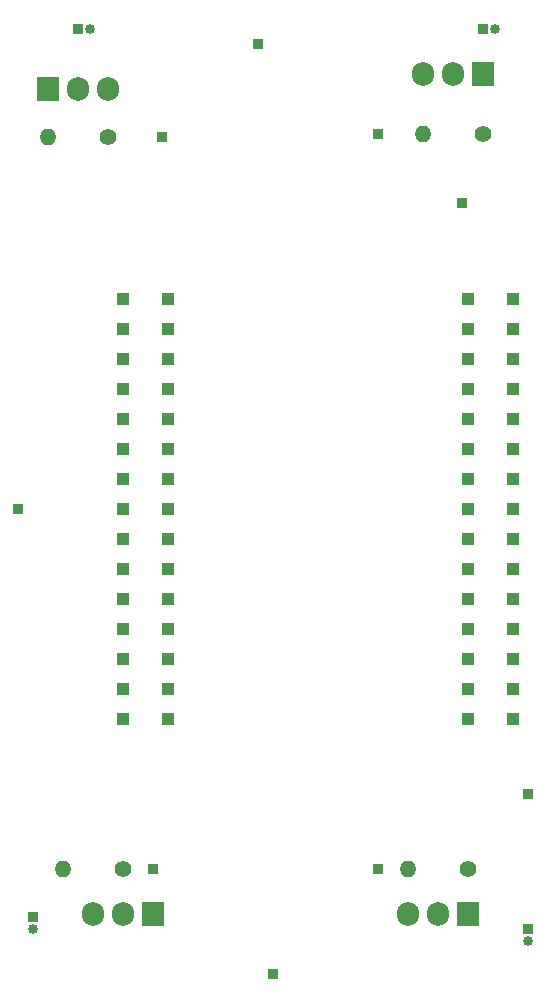
<source format=gbr>
%TF.GenerationSoftware,KiCad,Pcbnew,(5.1.10)-1*%
%TF.CreationDate,2021-10-03T01:52:34+02:00*%
%TF.ProjectId,no 1,6e6f2031-2e6b-4696-9361-645f70636258,rev?*%
%TF.SameCoordinates,Original*%
%TF.FileFunction,Copper,L2,Bot*%
%TF.FilePolarity,Positive*%
%FSLAX46Y46*%
G04 Gerber Fmt 4.6, Leading zero omitted, Abs format (unit mm)*
G04 Created by KiCad (PCBNEW (5.1.10)-1) date 2021-10-03 01:52:34*
%MOMM*%
%LPD*%
G01*
G04 APERTURE LIST*
%TA.AperFunction,ComponentPad*%
%ADD10O,1.400000X1.400000*%
%TD*%
%TA.AperFunction,ComponentPad*%
%ADD11C,1.400000*%
%TD*%
%TA.AperFunction,ComponentPad*%
%ADD12R,0.850000X0.850000*%
%TD*%
%TA.AperFunction,ComponentPad*%
%ADD13R,1.000000X1.000000*%
%TD*%
%TA.AperFunction,ComponentPad*%
%ADD14R,1.905000X2.000000*%
%TD*%
%TA.AperFunction,ComponentPad*%
%ADD15O,1.905000X2.000000*%
%TD*%
%TA.AperFunction,ComponentPad*%
%ADD16O,0.850000X0.850000*%
%TD*%
G04 APERTURE END LIST*
D10*
%TO.P,R2,2*%
%TO.N,Net-(Q2-Pad1)*%
X194310000Y-76454000D03*
D11*
%TO.P,R2,1*%
%TO.N,Net-(J5-Pad1)*%
X199390000Y-76454000D03*
%TD*%
D12*
%TO.P,J5,1*%
%TO.N,Net-(J5-Pad1)*%
X203962000Y-76454000D03*
%TD*%
%TO.P,J13,1*%
%TO.N,Net-(J10-Pad1)*%
X229362000Y-82042000D03*
%TD*%
D13*
%TO.P,J13,1*%
%TO.N,Net-(J13-Pad1)*%
X200660000Y-95250000D03*
%TD*%
%TO.P,J13,1*%
%TO.N,Net-(J13-Pad1)*%
X204470000Y-95250000D03*
%TD*%
%TO.P,J13,1*%
%TO.N,Net-(J13-Pad1)*%
X200660000Y-97790000D03*
%TD*%
%TO.P,J13,1*%
%TO.N,Net-(J13-Pad1)*%
X204470000Y-97790000D03*
%TD*%
%TO.P,J14,1*%
%TO.N,Net-(J13-Pad1)*%
X233680000Y-107950000D03*
%TD*%
%TO.P,J14,1*%
%TO.N,Net-(J13-Pad1)*%
X233680000Y-110490000D03*
%TD*%
%TO.P,J14,1*%
%TO.N,Net-(J13-Pad1)*%
X233680000Y-113030000D03*
%TD*%
%TO.P,J14,1*%
%TO.N,Net-(J13-Pad1)*%
X233680000Y-115570000D03*
%TD*%
%TO.P,J14,1*%
%TO.N,Net-(J13-Pad1)*%
X233680000Y-95250000D03*
%TD*%
%TO.P,J14,1*%
%TO.N,Net-(J13-Pad1)*%
X233680000Y-92710000D03*
%TD*%
%TO.P,J14,1*%
%TO.N,Net-(J13-Pad1)*%
X233680000Y-90170000D03*
%TD*%
%TO.P,J14,1*%
%TO.N,Net-(J13-Pad1)*%
X233680000Y-118110000D03*
%TD*%
%TO.P,J14,1*%
%TO.N,Net-(J13-Pad1)*%
X233680000Y-120650000D03*
%TD*%
%TO.P,J14,1*%
%TO.N,Net-(J13-Pad1)*%
X233680000Y-123190000D03*
%TD*%
%TO.P,J14,1*%
%TO.N,Net-(J13-Pad1)*%
X233680000Y-125730000D03*
%TD*%
%TO.P,J14,1*%
%TO.N,Net-(J13-Pad1)*%
X229870000Y-115570000D03*
%TD*%
%TO.P,J14,1*%
%TO.N,Net-(J13-Pad1)*%
X229870000Y-118110000D03*
%TD*%
%TO.P,J14,1*%
%TO.N,Net-(J13-Pad1)*%
X229870000Y-120650000D03*
%TD*%
%TO.P,J14,1*%
%TO.N,Net-(J13-Pad1)*%
X229870000Y-123190000D03*
%TD*%
%TO.P,J14,1*%
%TO.N,Net-(J13-Pad1)*%
X229870000Y-125730000D03*
%TD*%
%TO.P,J14,1*%
%TO.N,Net-(J13-Pad1)*%
X200660000Y-115570000D03*
%TD*%
%TO.P,J14,1*%
%TO.N,Net-(J13-Pad1)*%
X200660000Y-120650000D03*
%TD*%
%TO.P,J14,1*%
%TO.N,Net-(J13-Pad1)*%
X200660000Y-125730000D03*
%TD*%
%TO.P,J14,1*%
%TO.N,Net-(J13-Pad1)*%
X200660000Y-118110000D03*
%TD*%
%TO.P,J14,1*%
%TO.N,Net-(J13-Pad1)*%
X200660000Y-123190000D03*
%TD*%
%TO.P,J14,1*%
%TO.N,Net-(J13-Pad1)*%
X204470000Y-107950000D03*
%TD*%
%TO.P,J14,1*%
%TO.N,Net-(J13-Pad1)*%
X204470000Y-110490000D03*
%TD*%
%TO.P,J14,1*%
%TO.N,Net-(J13-Pad1)*%
X204470000Y-113030000D03*
%TD*%
%TO.P,J14,1*%
%TO.N,Net-(J13-Pad1)*%
X204470000Y-115570000D03*
%TD*%
%TO.P,J14,1*%
%TO.N,Net-(J13-Pad1)*%
X204470000Y-92710000D03*
%TD*%
%TO.P,J14,1*%
%TO.N,Net-(J13-Pad1)*%
X204470000Y-118110000D03*
%TD*%
%TO.P,J14,1*%
%TO.N,Net-(J13-Pad1)*%
X204470000Y-123190000D03*
%TD*%
%TO.P,J14,1*%
%TO.N,Net-(J13-Pad1)*%
X204470000Y-125730000D03*
%TD*%
%TO.P,J14,1*%
%TO.N,Net-(J13-Pad1)*%
X204470000Y-120650000D03*
%TD*%
%TO.P,J14,1*%
%TO.N,Net-(J13-Pad1)*%
X204470000Y-90170000D03*
%TD*%
%TO.P,J13,1*%
%TO.N,Net-(J13-Pad1)*%
X229870000Y-100330000D03*
%TD*%
%TO.P,J13,1*%
%TO.N,Net-(J13-Pad1)*%
X229870000Y-102870000D03*
%TD*%
%TO.P,J13,1*%
%TO.N,Net-(J13-Pad1)*%
X229870000Y-105410000D03*
%TD*%
%TO.P,J13,1*%
%TO.N,Net-(J13-Pad1)*%
X229870000Y-95250000D03*
%TD*%
%TO.P,J13,1*%
%TO.N,Net-(J13-Pad1)*%
X229870000Y-92710000D03*
%TD*%
%TO.P,J13,1*%
%TO.N,Net-(J13-Pad1)*%
X229870000Y-90170000D03*
%TD*%
%TO.P,J13,1*%
%TO.N,Net-(J13-Pad1)*%
X229870000Y-107950000D03*
%TD*%
%TO.P,J13,1*%
%TO.N,Net-(J13-Pad1)*%
X229870000Y-110490000D03*
%TD*%
%TO.P,J13,1*%
%TO.N,Net-(J13-Pad1)*%
X229870000Y-113030000D03*
%TD*%
%TO.P,J13,1*%
%TO.N,Net-(J13-Pad1)*%
X200660000Y-100330000D03*
%TD*%
%TO.P,J13,1*%
%TO.N,Net-(J13-Pad1)*%
X200660000Y-105410000D03*
%TD*%
%TO.P,J13,1*%
%TO.N,Net-(J13-Pad1)*%
X200660000Y-102870000D03*
%TD*%
%TO.P,J13,1*%
%TO.N,Net-(J13-Pad1)*%
X200660000Y-90170000D03*
%TD*%
%TO.P,J13,1*%
%TO.N,Net-(J13-Pad1)*%
X200660000Y-92710000D03*
%TD*%
%TO.P,J13,1*%
%TO.N,Net-(J13-Pad1)*%
X200660000Y-110490000D03*
%TD*%
%TO.P,J13,1*%
%TO.N,Net-(J13-Pad1)*%
X200660000Y-113030000D03*
%TD*%
%TO.P,J13,1*%
%TO.N,Net-(J13-Pad1)*%
X200660000Y-107950000D03*
%TD*%
%TO.P,J13,1*%
%TO.N,Net-(J13-Pad1)*%
X229870000Y-97790000D03*
%TD*%
%TO.P,J13,1*%
%TO.N,Net-(J13-Pad1)*%
X233680000Y-97790000D03*
%TD*%
%TO.P,J13,1*%
%TO.N,Net-(J13-Pad1)*%
X233680000Y-100330000D03*
%TD*%
%TO.P,J13,1*%
%TO.N,Net-(J13-Pad1)*%
X233680000Y-102870000D03*
%TD*%
%TO.P,J13,1*%
%TO.N,Net-(J13-Pad1)*%
X233680000Y-105410000D03*
%TD*%
%TO.P,J13,1*%
%TO.N,Net-(J13-Pad1)*%
X204470000Y-100330000D03*
%TD*%
%TO.P,J13,1*%
%TO.N,Net-(J13-Pad1)*%
X204470000Y-102870000D03*
%TD*%
%TO.P,J13,1*%
%TO.N,Net-(J13-Pad1)*%
X204470000Y-105410000D03*
%TD*%
D14*
%TO.P,Q4,1*%
%TO.N,Net-(Q4-Pad1)*%
X231140000Y-71120000D03*
D15*
%TO.P,Q4,2*%
%TO.N,Net-(J11-Pad2)*%
X228600000Y-71120000D03*
%TO.P,Q4,3*%
%TO.N,Net-(J10-Pad1)*%
X226060000Y-71120000D03*
%TD*%
D16*
%TO.P,J1,2*%
%TO.N,Net-(J1-Pad2)*%
X193040000Y-143510000D03*
D12*
%TO.P,J1,1*%
%TO.N,Net-(J1-Pad1)*%
X193040000Y-142510000D03*
%TD*%
%TO.P,J2,1*%
%TO.N,Net-(J2-Pad1)*%
X196850000Y-67310000D03*
D16*
%TO.P,J2,2*%
%TO.N,Net-(J11-Pad1)*%
X197850000Y-67310000D03*
%TD*%
D12*
%TO.P,J3,1*%
%TO.N,Net-(J10-Pad1)*%
X191770000Y-107950000D03*
%TD*%
%TO.P,J4,1*%
%TO.N,Net-(J4-Pad1)*%
X203200000Y-138430000D03*
%TD*%
%TO.P,J6,1*%
%TO.N,Net-(J1-Pad1)*%
X213360000Y-147320000D03*
%TD*%
%TO.P,J7,1*%
%TO.N,Net-(J11-Pad1)*%
X212090000Y-68580000D03*
%TD*%
%TO.P,J8,1*%
%TO.N,Net-(J8-Pad1)*%
X222250000Y-76200000D03*
%TD*%
%TO.P,J9,1*%
%TO.N,Net-(J9-Pad1)*%
X222250000Y-138430000D03*
%TD*%
%TO.P,J10,1*%
%TO.N,Net-(J10-Pad1)*%
X234950000Y-132080000D03*
%TD*%
D16*
%TO.P,J11,2*%
%TO.N,Net-(J11-Pad2)*%
X232140000Y-67310000D03*
D12*
%TO.P,J11,1*%
%TO.N,Net-(J11-Pad1)*%
X231140000Y-67310000D03*
%TD*%
%TO.P,J12,1*%
%TO.N,Net-(J12-Pad1)*%
X234950000Y-143510000D03*
D16*
%TO.P,J12,2*%
%TO.N,Net-(J1-Pad1)*%
X234950000Y-144510000D03*
%TD*%
D14*
%TO.P,Q1,1*%
%TO.N,Net-(Q1-Pad1)*%
X203200000Y-142240000D03*
D15*
%TO.P,Q1,2*%
%TO.N,Net-(J1-Pad2)*%
X200660000Y-142240000D03*
%TO.P,Q1,3*%
%TO.N,Net-(J10-Pad1)*%
X198120000Y-142240000D03*
%TD*%
%TO.P,Q2,3*%
%TO.N,Net-(J10-Pad1)*%
X199390000Y-72390000D03*
%TO.P,Q2,2*%
%TO.N,Net-(J2-Pad1)*%
X196850000Y-72390000D03*
D14*
%TO.P,Q2,1*%
%TO.N,Net-(Q2-Pad1)*%
X194310000Y-72390000D03*
%TD*%
%TO.P,Q3,1*%
%TO.N,Net-(Q3-Pad1)*%
X229870000Y-142240000D03*
D15*
%TO.P,Q3,2*%
%TO.N,Net-(J12-Pad1)*%
X227330000Y-142240000D03*
%TO.P,Q3,3*%
%TO.N,Net-(J10-Pad1)*%
X224790000Y-142240000D03*
%TD*%
D10*
%TO.P,R1,2*%
%TO.N,Net-(J4-Pad1)*%
X195580000Y-138430000D03*
D11*
%TO.P,R1,1*%
%TO.N,Net-(Q1-Pad1)*%
X200660000Y-138430000D03*
%TD*%
%TO.P,R3,1*%
%TO.N,Net-(Q3-Pad1)*%
X229870000Y-138430000D03*
D10*
%TO.P,R3,2*%
%TO.N,Net-(J9-Pad1)*%
X224790000Y-138430000D03*
%TD*%
%TO.P,R4,2*%
%TO.N,Net-(J8-Pad1)*%
X226060000Y-76200000D03*
D11*
%TO.P,R4,1*%
%TO.N,Net-(Q4-Pad1)*%
X231140000Y-76200000D03*
%TD*%
M02*

</source>
